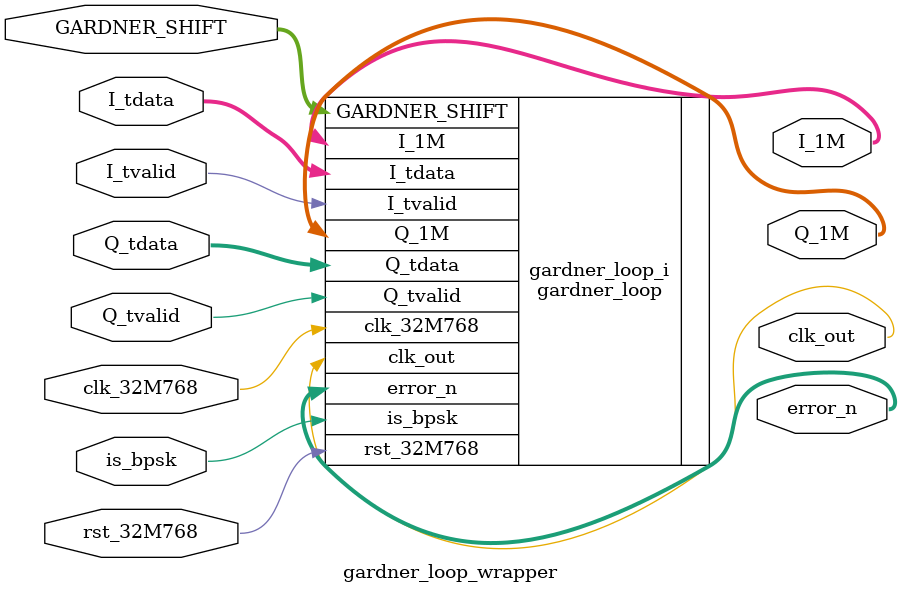
<source format=v>
`timescale 1 ps / 1 ps

module gardner_loop_wrapper
   (GARDNER_SHIFT,
    I_1M,
    I_tdata,
    I_tvalid,
    Q_1M,
    Q_tdata,
    Q_tvalid,
    clk_32M768,
    clk_out,
    error_n,
    is_bpsk,
    rst_32M768);
  input [3:0]GARDNER_SHIFT;
  output [15:0]I_1M;
  input [15:0]I_tdata;
  input I_tvalid;
  output [15:0]Q_1M;
  input [15:0]Q_tdata;
  input Q_tvalid;
  input clk_32M768;
  output clk_out;
  output [15:0]error_n;
  input is_bpsk;
  input rst_32M768;

  wire [3:0]GARDNER_SHIFT;
  wire [15:0]I_1M;
  wire [15:0]I_tdata;
  wire I_tvalid;
  wire [15:0]Q_1M;
  wire [15:0]Q_tdata;
  wire Q_tvalid;
  wire clk_32M768;
  wire clk_out;
  wire [15:0]error_n;
  wire is_bpsk;
  wire rst_32M768;

  gardner_loop gardner_loop_i
       (.GARDNER_SHIFT(GARDNER_SHIFT),
        .I_1M(I_1M),
        .I_tdata(I_tdata),
        .I_tvalid(I_tvalid),
        .Q_1M(Q_1M),
        .Q_tdata(Q_tdata),
        .Q_tvalid(Q_tvalid),
        .clk_32M768(clk_32M768),
        .clk_out(clk_out),
        .error_n(error_n),
        .is_bpsk(is_bpsk),
        .rst_32M768(rst_32M768));
endmodule

</source>
